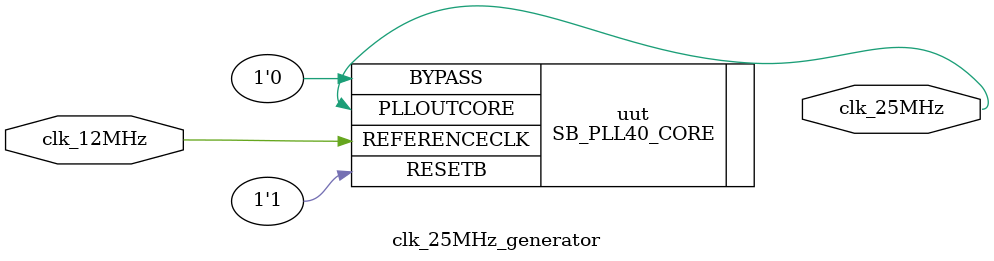
<source format=v>

module clk_25MHz_generator(
			   input wire  clk_12MHz,
			   output wire clk_25MHz
			   );

`ifndef SYNTHESIS
   // SIMULATION
   assign clk_25MHz = clk_12MHz;
`else
   // SYNTHESIS
   SB_PLL40_CORE #(
		   .FEEDBACK_PATH("SIMPLE"),
		   .PLLOUT_SELECT("GENCLK"),
		   .DIVR(4'b0000),
		   .DIVF(7'b0101111),
		   .DIVQ(3'b100),
		   .FILTER_RANGE(3'b001),
		   ) uut (
			  .REFERENCECLK(clk_12MHz),
			  .PLLOUTCORE(clk_25MHz),
			  .RESETB(1'b1),
			  .BYPASS(1'b0)
			  );
`endif

endmodule

</source>
